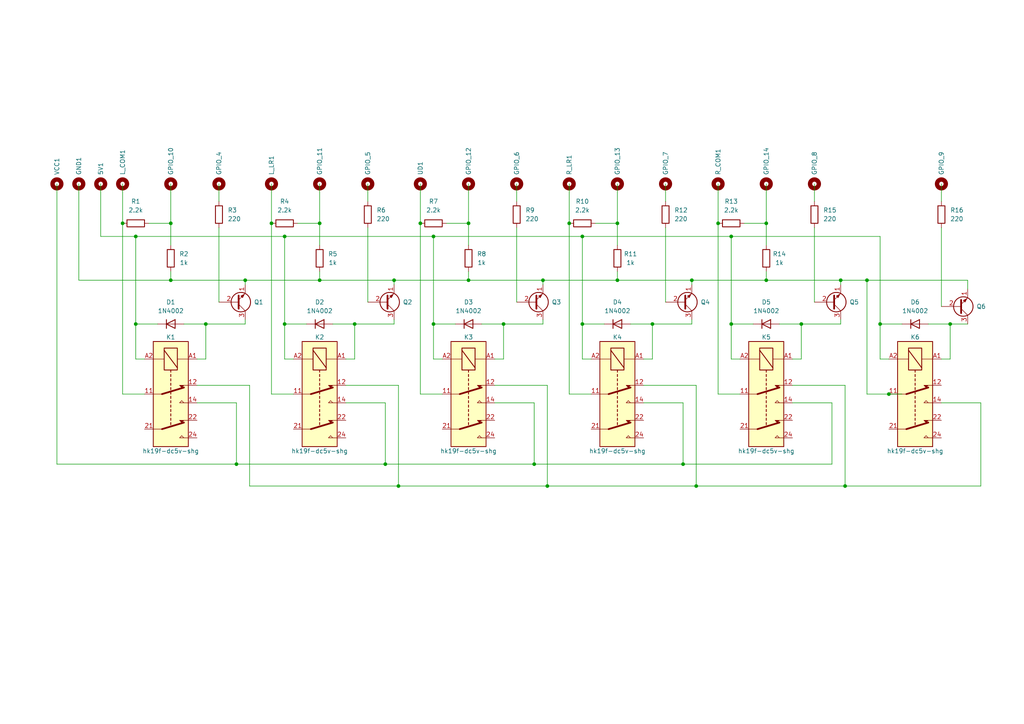
<source format=kicad_sch>
(kicad_sch (version 20211123) (generator eeschema)
  (paper "A4")
  (lib_symbols
    (symbol "Device:R" (pin_numbers hide) (pin_names (offset 0))
      (property "Reference" "R" (at 2.032 0 90))
      (property "Value" "R" (at 0 0 90))
      (symbol "R_0_1"
        (rectangle (start -1.016 -2.54) (end 1.016 2.54) (stroke (width 0.254)))
      )
      (symbol "R_1_1"
        (pin passive line (at 0 3.81 270) (length 1.27) (name "~") (number "1"))
        (pin passive line (at 0 -3.81 90) (length 1.27) (name "~") (number "2"))
      )
    )
    (symbol "Diode:1N4002" (pin_numbers hide) (pin_names hide)
      (property "Reference" "D" (at 0 2.54 0))
      (property "Value" "1N4002" (at 0 -2.54 0))
      (symbol "1N4002_0_1"
        (polyline (pts (xy -1.27 1.27) (xy -1.27 -1.27)) (stroke (width 0.254)))
        (polyline (pts (xy 1.27 0) (xy -1.27 0)))
        (polyline (pts (xy 1.27 1.27) (xy 1.27 -1.27) (xy -1.27 0) (xy 1.27 1.27)) (stroke (width 0.254)))
      )
      (symbol "1N4002_1_1"
        (pin passive line (at -3.81 0 0) (length 2.54) (name "K") (number "1"))
        (pin passive line (at 3.81 0 180) (length 2.54) (name "A") (number "2"))
      )
    )
    (symbol "Mechanical:MountingHole" (pin_names (offset 1.016))
      (property "Reference" "H" (at 0 5.08 0))
      (property "Value" "MountingHole" (at 0 3.175 0))
      (symbol "MountingHole_0_1"
        (circle (center 0 0) (radius 1.27) (stroke (width 1.27)))
      )
    )
    (symbol "Relay:RT42xAxx"
      (property "Reference" "K" (at 16.51 3.81 0))
      (property "Value" "RT42xAxx" (at 16.51 1.27 0))
      (symbol "RT42xAxx_0_0"
        (polyline (pts (xy -7.62 1.905) (xy -12.7 -1.905)) (stroke (width 0.254)))
      )
      (symbol "RT42xAxx_0_1"
        (rectangle (start -15.24 5.08) (end 15.24 -5.08) (stroke (width 0.254)) (fill (type background)))
        (rectangle (start -13.335 1.905) (end -6.985 -1.905) (stroke (width 0.254)))
        (polyline (pts (xy -10.16 -5.08) (xy -10.16 -1.905)))
        (polyline (pts (xy -10.16 5.08) (xy -10.16 1.905)))
        (polyline (pts (xy -6.985 0) (xy -6.35 0)) (stroke (width 0.254)))
        (polyline (pts (xy -5.715 0) (xy -5.08 0)) (stroke (width 0.254)))
        (polyline (pts (xy -4.445 0) (xy -3.81 0)) (stroke (width 0.254)))
        (polyline (pts (xy -3.175 0) (xy -2.54 0)) (stroke (width 0.254)))
        (polyline (pts (xy -1.905 0) (xy -1.27 0)) (stroke (width 0.254)))
        (polyline (pts (xy -0.635 0) (xy 0 0)) (stroke (width 0.254)))
        (polyline (pts (xy 0 -2.54) (xy -1.905 3.81)) (stroke (width 0.508)))
        (polyline (pts (xy 0 -2.54) (xy 0 -5.08)))
        (polyline (pts (xy 0.635 0) (xy 1.27 0)) (stroke (width 0.254)))
        (polyline (pts (xy 1.905 0) (xy 2.54 0)) (stroke (width 0.254)))
        (polyline (pts (xy 3.175 0) (xy 3.81 0)) (stroke (width 0.254)))
        (polyline (pts (xy 4.445 0) (xy 5.08 0)) (stroke (width 0.254)))
        (polyline (pts (xy 5.715 0) (xy 6.35 0)) (stroke (width 0.254)))
        (polyline (pts (xy 6.985 0) (xy 7.62 0)) (stroke (width 0.254)))
        (polyline (pts (xy 8.255 0) (xy 8.89 0)) (stroke (width 0.254)))
        (polyline (pts (xy 10.16 -2.54) (xy 8.255 3.81)) (stroke (width 0.508)))
        (polyline (pts (xy 10.16 -2.54) (xy 10.16 -5.08)))
        (polyline (pts (xy -2.54 5.08) (xy -2.54 2.54) (xy -1.905 3.175) (xy -2.54 3.81)) (fill (type outline)))
        (polyline (pts (xy 2.54 5.08) (xy 2.54 2.54) (xy 1.905 3.175) (xy 2.54 3.81)))
        (polyline (pts (xy 7.62 5.08) (xy 7.62 2.54) (xy 8.255 3.175) (xy 7.62 3.81)) (fill (type outline)))
        (polyline (pts (xy 12.7 5.08) (xy 12.7 2.54) (xy 12.065 3.175) (xy 12.7 3.81)))
      )
      (symbol "RT42xAxx_1_1"
        (pin passive line (at 0 -7.62 90) (length 2.54) (name "~") (number "11"))
        (pin passive line (at -2.54 7.62 270) (length 2.54) (name "~") (number "12"))
        (pin passive line (at 2.54 7.62 270) (length 2.54) (name "~") (number "14"))
        (pin passive line (at 10.16 -7.62 90) (length 2.54) (name "~") (number "21"))
        (pin passive line (at 7.62 7.62 270) (length 2.54) (name "~") (number "22"))
        (pin passive line (at 12.7 7.62 270) (length 2.54) (name "~") (number "24"))
        (pin passive line (at -10.16 7.62 270) (length 2.54) (name "~") (number "A1"))
        (pin passive line (at -10.16 -7.62 90) (length 2.54) (name "~") (number "A2"))
      )
    )
    (symbol "Transistor_BJT:2N3904" (pin_names (offset 0) hide)
      (property "Reference" "Q" (at 5.08 1.905 0))
      (property "Value" "2N3904" (at 5.08 0 0))
      (symbol "2N3904_0_1"
        (polyline (pts (xy 0.635 0.635) (xy 2.54 2.54)))
        (polyline (pts (xy 0.635 -0.635) (xy 2.54 -2.54) (xy 2.54 -2.54)))
        (polyline (pts (xy 0.635 1.905) (xy 0.635 -1.905) (xy 0.635 -1.905)) (stroke (width 0.508)))
        (polyline (pts (xy 1.27 -1.778) (xy 1.778 -1.27) (xy 2.286 -2.286) (xy 1.27 -1.778) (xy 1.27 -1.778)) (fill (type outline)))
        (circle (center 1.27 0) (radius 2.8194) (stroke (width 0.254)))
      )
      (symbol "2N3904_1_1"
        (pin passive line (at 2.54 -5.08 90) (length 2.54) (name "E") (number "1"))
        (pin passive line (at -5.08 0 0) (length 5.715) (name "B") (number "2"))
        (pin passive line (at 2.54 5.08 270) (length 2.54) (name "C") (number "3"))
      )
    )
  )
  (junction (at 146.05 93.98))
  (junction (at 168.91 68.58))
  (junction (at 212.09 93.98))
  (junction (at 82.55 93.98))
  (junction (at 208.28 64.77))
  (junction (at 154.94 134.62))
  (junction (at 198.12 134.62))
  (junction (at 179.07 64.77))
  (junction (at 82.55 68.58))
  (junction (at 275.59 93.98))
  (junction (at 68.58 134.62))
  (junction (at 179.07 81.28))
  (junction (at 212.09 68.58))
  (junction (at 255.27 93.98))
  (junction (at 189.23 93.98))
  (junction (at 245.11 140.97))
  (junction (at 49.53 64.77))
  (junction (at 92.71 81.28))
  (junction (at 78.74 64.77))
  (junction (at 165.1 64.77))
  (junction (at 201.93 140.97))
  (junction (at 168.91 93.98))
  (junction (at 114.3 81.28))
  (junction (at 157.48 81.28))
  (junction (at 102.87 93.98))
  (junction (at 92.71 64.77))
  (junction (at 35.56 64.77))
  (junction (at 125.73 93.98))
  (junction (at 158.75 140.97))
  (junction (at 111.76 134.62))
  (junction (at 59.69 93.98))
  (junction (at 135.89 64.77))
  (junction (at 39.37 93.98))
  (junction (at 251.46 81.28))
  (junction (at 115.57 140.97))
  (junction (at 49.53 81.28))
  (junction (at 222.25 64.77))
  (junction (at 200.66 81.28))
  (junction (at 135.89 81.28))
  (junction (at 257.81 114.3))
  (junction (at 39.37 68.58))
  (junction (at 125.73 68.58))
  (junction (at 121.92 64.77))
  (junction (at 222.25 81.28))
  (junction (at 71.12 81.28))
  (junction (at 243.84 81.28))
  (junction (at 232.41 93.98))
  (wire (pts (xy 43.18 64.77) (xy 49.53 64.77)))
  (wire (pts (xy 121.92 64.77) (xy 121.92 114.3)))
  (wire (pts (xy 245.11 111.76) (xy 229.87 111.76)))
  (wire (pts (xy 208.28 64.77) (xy 208.28 114.3)))
  (wire (pts (xy 168.91 68.58) (xy 168.91 93.98)))
  (wire (pts (xy 114.3 81.28) (xy 135.89 81.28)))
  (wire (pts (xy 114.3 93.98) (xy 102.87 93.98)))
  (wire (pts (xy 125.73 68.58) (xy 168.91 68.58)))
  (wire (pts (xy 154.94 134.62) (xy 154.94 116.84)))
  (wire (pts (xy 35.56 64.77) (xy 35.56 114.3)))
  (wire (pts (xy 111.76 134.62) (xy 111.76 116.84)))
  (wire (pts (xy 22.86 81.28) (xy 49.53 81.28)))
  (wire (pts (xy 39.37 68.58) (xy 82.55 68.58)))
  (wire (pts (xy 111.76 116.84) (xy 100.33 116.84)))
  (wire (pts (xy 165.1 114.3) (xy 171.45 114.3)))
  (wire (pts (xy 82.55 93.98) (xy 82.55 104.14)))
  (wire (pts (xy 255.27 93.98) (xy 261.62 93.98)))
  (wire (pts (xy 280.67 93.98) (xy 275.59 93.98)))
  (wire (pts (xy 179.07 53.34) (xy 179.07 64.77)))
  (wire (pts (xy 111.76 134.62) (xy 154.94 134.62)))
  (wire (pts (xy 154.94 134.62) (xy 198.12 134.62)))
  (wire (pts (xy 106.68 66.04) (xy 106.68 87.63)))
  (wire (pts (xy 86.36 64.77) (xy 92.71 64.77)))
  (wire (pts (xy 179.07 78.74) (xy 179.07 81.28)))
  (wire (pts (xy 92.71 81.28) (xy 114.3 81.28)))
  (wire (pts (xy 39.37 93.98) (xy 45.72 93.98)))
  (wire (pts (xy 243.84 93.98) (xy 243.84 92.71)))
  (wire (pts (xy 222.25 64.77) (xy 222.25 71.12)))
  (wire (pts (xy 143.51 104.14) (xy 146.05 104.14)))
  (wire (pts (xy 68.58 134.62) (xy 68.58 116.84)))
  (wire (pts (xy 39.37 68.58) (xy 39.37 93.98)))
  (wire (pts (xy 157.48 82.55) (xy 157.48 81.28)))
  (wire (pts (xy 251.46 114.3) (xy 257.81 114.3)))
  (wire (pts (xy 158.75 140.97) (xy 158.75 111.76)))
  (wire (pts (xy 78.74 64.77) (xy 78.74 114.3)))
  (wire (pts (xy 29.21 53.34) (xy 29.21 68.58)))
  (wire (pts (xy 106.68 53.34) (xy 106.68 58.42)))
  (wire (pts (xy 49.53 64.77) (xy 49.53 71.12)))
  (wire (pts (xy 212.09 93.98) (xy 218.44 93.98)))
  (wire (pts (xy 49.53 78.74) (xy 49.53 81.28)))
  (wire (pts (xy 71.12 81.28) (xy 92.71 81.28)))
  (wire (pts (xy 57.15 104.14) (xy 59.69 104.14)))
  (wire (pts (xy 165.1 64.77) (xy 165.1 114.3)))
  (wire (pts (xy 49.53 53.34) (xy 49.53 64.77)))
  (wire (pts (xy 280.67 83.82) (xy 280.67 81.28)))
  (wire (pts (xy 243.84 93.98) (xy 232.41 93.98)))
  (wire (pts (xy 35.56 114.3) (xy 41.91 114.3)))
  (wire (pts (xy 59.69 93.98) (xy 53.34 93.98)))
  (wire (pts (xy 72.39 140.97) (xy 72.39 111.76)))
  (wire (pts (xy 198.12 134.62) (xy 241.3 134.62)))
  (wire (pts (xy 82.55 104.14) (xy 85.09 104.14)))
  (wire (pts (xy 100.33 104.14) (xy 102.87 104.14)))
  (wire (pts (xy 245.11 140.97) (xy 284.48 140.97)))
  (wire (pts (xy 22.86 53.34) (xy 22.86 81.28)))
  (wire (pts (xy 115.57 111.76) (xy 100.33 111.76)))
  (wire (pts (xy 29.21 68.58) (xy 39.37 68.58)))
  (wire (pts (xy 229.87 104.14) (xy 232.41 104.14)))
  (wire (pts (xy 261.62 114.3) (xy 257.81 114.3)))
  (wire (pts (xy 114.3 82.55) (xy 114.3 81.28)))
  (wire (pts (xy 125.73 93.98) (xy 125.73 104.14)))
  (wire (pts (xy 236.22 53.34) (xy 236.22 58.42)))
  (wire (pts (xy 222.25 78.74) (xy 222.25 81.28)))
  (wire (pts (xy 157.48 93.98) (xy 157.48 92.71)))
  (wire (pts (xy 115.57 140.97) (xy 72.39 140.97)))
  (wire (pts (xy 222.25 81.28) (xy 243.84 81.28)))
  (wire (pts (xy 245.11 140.97) (xy 245.11 111.76)))
  (wire (pts (xy 243.84 82.55) (xy 243.84 81.28)))
  (wire (pts (xy 114.3 93.98) (xy 114.3 92.71)))
  (wire (pts (xy 200.66 93.98) (xy 189.23 93.98)))
  (wire (pts (xy 78.74 114.3) (xy 85.09 114.3)))
  (wire (pts (xy 200.66 93.98) (xy 200.66 92.71)))
  (wire (pts (xy 125.73 68.58) (xy 125.73 93.98)))
  (wire (pts (xy 68.58 116.84) (xy 57.15 116.84)))
  (wire (pts (xy 168.91 93.98) (xy 175.26 93.98)))
  (wire (pts (xy 71.12 82.55) (xy 71.12 81.28)))
  (wire (pts (xy 275.59 93.98) (xy 269.24 93.98)))
  (wire (pts (xy 135.89 64.77) (xy 135.89 71.12)))
  (wire (pts (xy 212.09 104.14) (xy 214.63 104.14)))
  (wire (pts (xy 78.74 53.34) (xy 78.74 64.77)))
  (wire (pts (xy 245.11 140.97) (xy 201.93 140.97)))
  (wire (pts (xy 189.23 93.98) (xy 182.88 93.98)))
  (wire (pts (xy 146.05 104.14) (xy 146.05 93.98)))
  (wire (pts (xy 208.28 114.3) (xy 214.63 114.3)))
  (wire (pts (xy 232.41 93.98) (xy 226.06 93.98)))
  (wire (pts (xy 212.09 68.58) (xy 255.27 68.58)))
  (wire (pts (xy 146.05 93.98) (xy 139.7 93.98)))
  (wire (pts (xy 158.75 140.97) (xy 115.57 140.97)))
  (wire (pts (xy 121.92 53.34) (xy 121.92 64.77)))
  (wire (pts (xy 198.12 116.84) (xy 186.69 116.84)))
  (wire (pts (xy 179.07 81.28) (xy 200.66 81.28)))
  (wire (pts (xy 222.25 53.34) (xy 222.25 64.77)))
  (wire (pts (xy 157.48 81.28) (xy 179.07 81.28)))
  (wire (pts (xy 186.69 104.14) (xy 189.23 104.14)))
  (wire (pts (xy 201.93 140.97) (xy 158.75 140.97)))
  (wire (pts (xy 121.92 114.3) (xy 128.27 114.3)))
  (wire (pts (xy 241.3 116.84) (xy 229.87 116.84)))
  (wire (pts (xy 71.12 93.98) (xy 59.69 93.98)))
  (wire (pts (xy 149.86 53.34) (xy 149.86 58.42)))
  (wire (pts (xy 49.53 81.28) (xy 71.12 81.28)))
  (wire (pts (xy 165.1 53.34) (xy 165.1 64.77)))
  (wire (pts (xy 273.05 66.04) (xy 273.05 88.9)))
  (wire (pts (xy 39.37 104.14) (xy 41.91 104.14)))
  (wire (pts (xy 92.71 78.74) (xy 92.71 81.28)))
  (wire (pts (xy 273.05 53.34) (xy 273.05 58.42)))
  (wire (pts (xy 243.84 81.28) (xy 251.46 81.28)))
  (wire (pts (xy 157.48 93.98) (xy 146.05 93.98)))
  (wire (pts (xy 59.69 104.14) (xy 59.69 93.98)))
  (wire (pts (xy 16.51 134.62) (xy 68.58 134.62)))
  (wire (pts (xy 208.28 53.34) (xy 208.28 64.77)))
  (wire (pts (xy 63.5 66.04) (xy 63.5 87.63)))
  (wire (pts (xy 102.87 104.14) (xy 102.87 93.98)))
  (wire (pts (xy 135.89 81.28) (xy 157.48 81.28)))
  (wire (pts (xy 125.73 93.98) (xy 132.08 93.98)))
  (wire (pts (xy 149.86 66.04) (xy 149.86 87.63)))
  (wire (pts (xy 63.5 53.34) (xy 63.5 58.42)))
  (wire (pts (xy 189.23 104.14) (xy 189.23 93.98)))
  (wire (pts (xy 255.27 93.98) (xy 255.27 104.14)))
  (wire (pts (xy 172.72 64.77) (xy 179.07 64.77)))
  (wire (pts (xy 82.55 93.98) (xy 88.9 93.98)))
  (wire (pts (xy 158.75 111.76) (xy 143.51 111.76)))
  (wire (pts (xy 200.66 81.28) (xy 222.25 81.28)))
  (wire (pts (xy 68.58 134.62) (xy 111.76 134.62)))
  (wire (pts (xy 284.48 116.84) (xy 273.05 116.84)))
  (wire (pts (xy 35.56 53.34) (xy 35.56 64.77)))
  (wire (pts (xy 201.93 111.76) (xy 186.69 111.76)))
  (wire (pts (xy 154.94 116.84) (xy 143.51 116.84)))
  (wire (pts (xy 16.51 53.34) (xy 16.51 134.62)))
  (wire (pts (xy 179.07 64.77) (xy 179.07 71.12)))
  (wire (pts (xy 39.37 93.98) (xy 39.37 104.14)))
  (wire (pts (xy 280.67 81.28) (xy 251.46 81.28)))
  (wire (pts (xy 129.54 64.77) (xy 135.89 64.77)))
  (wire (pts (xy 102.87 93.98) (xy 96.52 93.98)))
  (wire (pts (xy 212.09 93.98) (xy 212.09 104.14)))
  (wire (pts (xy 193.04 53.34) (xy 193.04 58.42)))
  (wire (pts (xy 82.55 68.58) (xy 82.55 93.98)))
  (wire (pts (xy 168.91 93.98) (xy 168.91 104.14)))
  (wire (pts (xy 135.89 53.34) (xy 135.89 64.77)))
  (wire (pts (xy 168.91 68.58) (xy 212.09 68.58)))
  (wire (pts (xy 115.57 140.97) (xy 115.57 111.76)))
  (wire (pts (xy 215.9 64.77) (xy 222.25 64.77)))
  (wire (pts (xy 82.55 68.58) (xy 125.73 68.58)))
  (wire (pts (xy 284.48 116.84) (xy 284.48 140.97)))
  (wire (pts (xy 255.27 104.14) (xy 257.81 104.14)))
  (wire (pts (xy 273.05 104.14) (xy 275.59 104.14)))
  (wire (pts (xy 92.71 64.77) (xy 92.71 71.12)))
  (wire (pts (xy 92.71 53.34) (xy 92.71 64.77)))
  (wire (pts (xy 201.93 140.97) (xy 201.93 111.76)))
  (wire (pts (xy 71.12 93.98) (xy 71.12 92.71)))
  (wire (pts (xy 135.89 78.74) (xy 135.89 81.28)))
  (wire (pts (xy 232.41 104.14) (xy 232.41 93.98)))
  (wire (pts (xy 198.12 134.62) (xy 198.12 116.84)))
  (wire (pts (xy 125.73 104.14) (xy 128.27 104.14)))
  (wire (pts (xy 193.04 66.04) (xy 193.04 87.63)))
  (wire (pts (xy 236.22 66.04) (xy 236.22 87.63)))
  (wire (pts (xy 72.39 111.76) (xy 57.15 111.76)))
  (wire (pts (xy 241.3 134.62) (xy 241.3 116.84)))
  (wire (pts (xy 168.91 104.14) (xy 171.45 104.14)))
  (wire (pts (xy 251.46 81.28) (xy 251.46 114.3)))
  (wire (pts (xy 200.66 82.55) (xy 200.66 81.28)))
  (wire (pts (xy 275.59 104.14) (xy 275.59 93.98)))
  (wire (pts (xy 255.27 68.58) (xy 255.27 93.98)))
  (wire (pts (xy 212.09 68.58) (xy 212.09 93.98)))
  (symbol (lib_id "Diode:1N4002") (at 92.71 93.98 0) (unit 1)
    (property "Reference" "D2" (at 92.71 87.63 0))
    (property "Value" "1N4002" (at 92.71 90.17 0))
    (property "Footprint" "Diode_THT:D_DO-34_SOD68_P7.62mm_Horizontal" (effects hide))
    (property "Datasheet" "http://www.vishay.com/docs/88503/1n4001.pdf" (effects hide))
  )
  (symbol (lib_id "Device:R") (at 49.53 74.93 0) (mirror y) (unit 1)
    (property "Reference" "R2" (at 53.34 73.66 0))
    (property "Value" "1k" (at 53.34 76.2 0))
    (property "Footprint" "Resistor_THT:R_Axial_DIN0204_L3.6mm_D1.6mm_P5.08mm_Horizontal" (effects hide))
  )
  (symbol (lib_id "Diode:1N4002") (at 222.25 93.98 0) (unit 1)
    (property "Reference" "D5" (at 222.25 87.63 0))
    (property "Value" "1N4002" (at 222.25 90.17 0))
    (property "Footprint" "Diode_THT:D_DO-34_SOD68_P7.62mm_Horizontal" (effects hide))
    (property "Datasheet" "http://www.vishay.com/docs/88503/1n4001.pdf" (effects hide))
  )
  (symbol (lib_id "Transistor_BJT:2N3904") (at 198.12 87.63 0) (mirror x) (unit 1)
    (property "Reference" "Q4" (at 203.2 87.6299 0) (effects (justify left)))
    (property "Value" "2N3904" (effects hide))
    (property "Footprint" "Package_TO_SOT_THT:TO-92_Inline" (effects hide))
    (property "Datasheet" "https://www.onsemi.com/pub/Collateral/2N3903-D.PDF" (effects hide))
  )
  (symbol (lib_id "Mechanical:MountingHole") (at 236.22 53.34 0) (unit 1)
    (property "Reference" "GPIO_8" (at 236.22 50.8 90) (effects (justify left)))
    (property "Value" "L_COM" (effects hide))
    (property "Footprint" "MountingHole:MountingHole_2.1mm" (effects hide))
  )
  (symbol (lib_id "Mechanical:MountingHole") (at 121.92 53.34 0) (unit 1)
    (property "Reference" "UD1" (at 121.92 50.8 90) (effects (justify left)))
    (property "Value" "L_COM" (effects hide))
    (property "Footprint" "MountingHole:MountingHole_2.1mm" (effects hide))
  )
  (symbol (lib_id "Device:R") (at 135.89 74.93 0) (mirror y) (unit 1)
    (property "Reference" "R8" (at 139.7 73.66 0))
    (property "Value" "1k" (at 139.7 76.2 0))
    (property "Footprint" "Resistor_THT:R_Axial_DIN0204_L3.6mm_D1.6mm_P5.08mm_Horizontal" (effects hide))
  )
  (symbol (lib_id "Mechanical:MountingHole") (at 135.89 53.34 0) (unit 1)
    (property "Reference" "GPIO_12" (at 135.89 50.8 90) (effects (justify left)))
    (property "Value" "L_COM" (effects hide))
    (property "Footprint" "MountingHole:MountingHole_2.1mm" (effects hide))
  )
  (symbol (lib_id "Diode:1N4002") (at 49.53 93.98 0) (unit 1)
    (property "Reference" "D1" (at 49.53 87.63 0))
    (property "Value" "1N4002" (at 49.53 90.17 0))
    (property "Footprint" "Diode_THT:D_DO-34_SOD68_P7.62mm_Horizontal" (effects hide))
    (property "Datasheet" "http://www.vishay.com/docs/88503/1n4001.pdf" (effects hide))
  )
  (symbol (lib_id "Relay:RT42xAxx") (at 92.71 114.3 270) (unit 1)
    (property "Reference" "K2" (at 92.71 97.79 90))
    (property "Value" "hk19f-dc5v-shg" (at 92.71 130.81 90))
    (property "Footprint" "Relay_THT:Relay_DPDT_Schrack-RT2-FormC_RM5mm" (effects hide))
    (property "Datasheet" "http://www.te.com/commerce/DocumentDelivery/DDEController?Action=showdoc&DocId=Data+Sheet%7FRT2_bistable%7F1116%7Fpdf%7FEnglish%7FENG_DS_RT2_bistable_1116.pdf%7F1-1415537-8" (effects hide))
  )
  (symbol (lib_id "Mechanical:MountingHole") (at 165.1 53.34 0) (unit 1)
    (property "Reference" "R_LR1" (at 165.1 50.8 90) (effects (justify left)))
    (property "Value" "L_COM" (effects hide))
    (property "Footprint" "MountingHole:MountingHole_2.1mm" (effects hide))
  )
  (symbol (lib_id "Mechanical:MountingHole") (at 29.21 53.34 0) (unit 1)
    (property "Reference" "5V1" (at 29.21 50.8 90) (effects (justify left)))
    (property "Value" "L_COM" (effects hide))
    (property "Footprint" "MountingHole:MountingHole_2.1mm" (effects hide))
  )
  (symbol (lib_id "Mechanical:MountingHole") (at 49.53 53.34 0) (unit 1)
    (property "Reference" "GPIO_10" (at 49.53 50.8 90) (effects (justify left)))
    (property "Value" "L_COM" (effects hide))
    (property "Footprint" "MountingHole:MountingHole_2.1mm" (effects hide))
  )
  (symbol (lib_id "Mechanical:MountingHole") (at 63.5 53.34 0) (unit 1)
    (property "Reference" "GPIO_4" (at 63.5 50.8 90) (effects (justify left)))
    (property "Value" "L_COM" (effects hide))
    (property "Footprint" "MountingHole:MountingHole_2.1mm" (effects hide))
  )
  (symbol (lib_id "Mechanical:MountingHole") (at 208.28 53.34 0) (unit 1)
    (property "Reference" "R_COM1" (at 208.28 50.8 90) (effects (justify left)))
    (property "Value" "L_COM" (effects hide))
    (property "Footprint" "MountingHole:MountingHole_2.1mm" (effects hide))
  )
  (symbol (lib_id "Mechanical:MountingHole") (at 35.56 53.34 0) (unit 1)
    (property "Reference" "L_COM1" (at 35.56 50.8 90) (effects (justify left)))
    (property "Value" "L_COM" (effects hide))
    (property "Footprint" "MountingHole:MountingHole_2.1mm" (effects hide))
  )
  (symbol (lib_id "Transistor_BJT:2N3904") (at 154.94 87.63 0) (mirror x) (unit 1)
    (property "Reference" "Q3" (at 160.02 87.6299 0) (effects (justify left)))
    (property "Value" "2N3904" (effects hide))
    (property "Footprint" "Package_TO_SOT_THT:TO-92_Inline" (effects hide))
    (property "Datasheet" "https://www.onsemi.com/pub/Collateral/2N3903-D.PDF" (effects hide))
  )
  (symbol (lib_id "Relay:RT42xAxx") (at 49.53 114.3 270) (unit 1)
    (property "Reference" "K1" (at 49.53 97.79 90))
    (property "Value" "hk19f-dc5v-shg" (at 49.53 130.81 90))
    (property "Footprint" "Relay_THT:Relay_DPDT_Schrack-RT2-FormC_RM5mm" (effects hide))
    (property "Datasheet" "http://www.te.com/commerce/DocumentDelivery/DDEController?Action=showdoc&DocId=Data+Sheet%7FRT2_bistable%7F1116%7Fpdf%7FEnglish%7FENG_DS_RT2_bistable_1116.pdf%7F1-1415537-8" (effects hide))
  )
  (symbol (lib_id "Mechanical:MountingHole") (at 193.04 53.34 0) (unit 1)
    (property "Reference" "GPIO_7" (at 193.04 50.8 90) (effects (justify left)))
    (property "Value" "L_COM" (effects hide))
    (property "Footprint" "MountingHole:MountingHole_2.1mm" (effects hide))
  )
  (symbol (lib_id "Device:R") (at 63.5 62.23 180) (unit 1)
    (property "Reference" "R3" (at 66.04 60.9599 0) (effects (justify right)))
    (property "Value" "220" (at 66.04 63.4999 0) (effects (justify right)))
    (property "Footprint" "Resistor_THT:R_Axial_DIN0204_L3.6mm_D1.6mm_P5.08mm_Horizontal" (effects hide))
  )
  (symbol (lib_id "Diode:1N4002") (at 135.89 93.98 0) (unit 1)
    (property "Reference" "D3" (at 135.89 87.63 0))
    (property "Value" "1N4002" (at 135.89 90.17 0))
    (property "Footprint" "Diode_THT:D_DO-34_SOD68_P7.62mm_Horizontal" (effects hide))
    (property "Datasheet" "http://www.vishay.com/docs/88503/1n4001.pdf" (effects hide))
  )
  (symbol (lib_id "Device:R") (at 222.25 74.93 0) (mirror y) (unit 1)
    (property "Reference" "R14" (at 226.06 73.66 0))
    (property "Value" "1k" (at 226.06 76.2 0))
    (property "Footprint" "Resistor_THT:R_Axial_DIN0204_L3.6mm_D1.6mm_P5.08mm_Horizontal" (effects hide))
  )
  (symbol (lib_id "Transistor_BJT:2N3904") (at 111.76 87.63 0) (mirror x) (unit 1)
    (property "Reference" "Q2" (at 116.84 87.6299 0) (effects (justify left)))
    (property "Value" "2N3904" (effects hide))
    (property "Footprint" "Package_TO_SOT_THT:TO-92_Inline" (effects hide))
    (property "Datasheet" "https://www.onsemi.com/pub/Collateral/2N3903-D.PDF" (effects hide))
  )
  (symbol (lib_id "Relay:RT42xAxx") (at 265.43 114.3 270) (unit 1)
    (property "Reference" "K6" (at 265.43 97.79 90))
    (property "Value" "hk19f-dc5v-shg" (at 265.43 130.81 90))
    (property "Footprint" "Relay_THT:Relay_DPDT_Schrack-RT2-FormC_RM5mm" (effects hide))
    (property "Datasheet" "http://www.te.com/commerce/DocumentDelivery/DDEController?Action=showdoc&DocId=Data+Sheet%7FRT2_bistable%7F1116%7Fpdf%7FEnglish%7FENG_DS_RT2_bistable_1116.pdf%7F1-1415537-8" (effects hide))
  )
  (symbol (lib_id "Device:R") (at 212.09 64.77 90) (mirror x) (unit 1)
    (property "Reference" "R13" (at 212.09 58.42 90))
    (property "Value" "2.2k" (at 212.09 60.96 90))
    (property "Footprint" "Resistor_THT:R_Axial_DIN0204_L3.6mm_D1.6mm_P5.08mm_Horizontal" (effects hide))
  )
  (symbol (lib_id "Device:R") (at 125.73 64.77 90) (mirror x) (unit 1)
    (property "Reference" "R7" (at 125.73 58.42 90))
    (property "Value" "2.2k" (at 125.73 60.96 90))
    (property "Footprint" "Resistor_THT:R_Axial_DIN0204_L3.6mm_D1.6mm_P5.08mm_Horizontal" (effects hide))
  )
  (symbol (lib_id "Relay:RT42xAxx") (at 222.25 114.3 270) (unit 1)
    (property "Reference" "K5" (at 222.25 97.79 90))
    (property "Value" "hk19f-dc5v-shg" (at 222.25 130.81 90))
    (property "Footprint" "Relay_THT:Relay_DPDT_Schrack-RT2-FormC_RM5mm" (effects hide))
    (property "Datasheet" "http://www.te.com/commerce/DocumentDelivery/DDEController?Action=showdoc&DocId=Data+Sheet%7FRT2_bistable%7F1116%7Fpdf%7FEnglish%7FENG_DS_RT2_bistable_1116.pdf%7F1-1415537-8" (effects hide))
  )
  (symbol (lib_id "Diode:1N4002") (at 265.43 93.98 0) (unit 1)
    (property "Reference" "D6" (at 265.43 87.63 0))
    (property "Value" "1N4002" (at 265.43 90.17 0))
    (property "Footprint" "Diode_THT:D_DO-34_SOD68_P7.62mm_Horizontal" (effects hide))
    (property "Datasheet" "http://www.vishay.com/docs/88503/1n4001.pdf" (effects hide))
  )
  (symbol (lib_id "Mechanical:MountingHole") (at 273.05 53.34 0) (unit 1)
    (property "Reference" "GPIO_9" (at 273.05 50.8 90) (effects (justify left)))
    (property "Value" "L_COM" (effects hide))
    (property "Footprint" "MountingHole:MountingHole_2.1mm" (effects hide))
  )
  (symbol (lib_id "Mechanical:MountingHole") (at 179.07 53.34 0) (unit 1)
    (property "Reference" "GPIO_13" (at 179.07 50.8 90) (effects (justify left)))
    (property "Value" "L_COM" (effects hide))
    (property "Footprint" "MountingHole:MountingHole_2.1mm" (effects hide))
  )
  (symbol (lib_id "Device:R") (at 179.07 74.93 0) (mirror y) (unit 1)
    (property "Reference" "R11" (at 182.88 73.66 0))
    (property "Value" "1k" (at 182.88 76.2 0))
    (property "Footprint" "Resistor_THT:R_Axial_DIN0204_L3.6mm_D1.6mm_P5.08mm_Horizontal" (effects hide))
  )
  (symbol (lib_id "Device:R") (at 149.86 62.23 180) (unit 1)
    (property "Reference" "R9" (at 152.4 60.9599 0) (effects (justify right)))
    (property "Value" "220" (at 152.4 63.4999 0) (effects (justify right)))
    (property "Footprint" "Resistor_THT:R_Axial_DIN0204_L3.6mm_D1.6mm_P5.08mm_Horizontal" (effects hide))
  )
  (symbol (lib_id "Diode:1N4002") (at 179.07 93.98 0) (unit 1)
    (property "Reference" "D4" (at 179.07 87.63 0))
    (property "Value" "1N4002" (at 179.07 90.17 0))
    (property "Footprint" "Diode_THT:D_DO-34_SOD68_P7.62mm_Horizontal" (effects hide))
    (property "Datasheet" "http://www.vishay.com/docs/88503/1n4001.pdf" (effects hide))
  )
  (symbol (lib_id "Device:R") (at 82.55 64.77 90) (mirror x) (unit 1)
    (property "Reference" "R4" (at 82.55 58.42 90))
    (property "Value" "2.2k" (at 82.55 60.96 90))
    (property "Footprint" "Resistor_THT:R_Axial_DIN0204_L3.6mm_D1.6mm_P5.08mm_Horizontal" (effects hide))
  )
  (symbol (lib_id "Device:R") (at 168.91 64.77 90) (mirror x) (unit 1)
    (property "Reference" "R10" (at 168.91 58.42 90))
    (property "Value" "2.2k" (at 168.91 60.96 90))
    (property "Footprint" "Resistor_THT:R_Axial_DIN0204_L3.6mm_D1.6mm_P5.08mm_Horizontal" (effects hide))
  )
  (symbol (lib_id "Transistor_BJT:2N3904") (at 278.13 88.9 0) (mirror x) (unit 1)
    (property "Reference" "Q6" (at 283.21 88.9 0) (effects (justify left)))
    (property "Value" "2N3904" (effects hide))
    (property "Footprint" "Package_TO_SOT_THT:TO-92_Inline" (effects hide))
    (property "Datasheet" "https://www.onsemi.com/pub/Collateral/2N3903-D.PDF" (effects hide))
  )
  (symbol (lib_id "Mechanical:MountingHole") (at 149.86 53.34 0) (unit 1)
    (property "Reference" "GPIO_6" (at 149.86 50.8 90) (effects (justify left)))
    (property "Value" "L_COM" (effects hide))
    (property "Footprint" "MountingHole:MountingHole_2.1mm" (effects hide))
  )
  (symbol (lib_id "Device:R") (at 193.04 62.23 180) (unit 1)
    (property "Reference" "R12" (at 195.58 60.9599 0) (effects (justify right)))
    (property "Value" "220" (at 195.58 63.4999 0) (effects (justify right)))
    (property "Footprint" "Resistor_THT:R_Axial_DIN0204_L3.6mm_D1.6mm_P5.08mm_Horizontal" (effects hide))
  )
  (symbol (lib_id "Device:R") (at 236.22 62.23 180) (unit 1)
    (property "Reference" "R15" (at 238.76 60.9599 0) (effects (justify right)))
    (property "Value" "220" (at 238.76 63.4999 0) (effects (justify right)))
    (property "Footprint" "Resistor_THT:R_Axial_DIN0204_L3.6mm_D1.6mm_P5.08mm_Horizontal" (effects hide))
  )
  (symbol (lib_id "Mechanical:MountingHole") (at 92.71 53.34 0) (unit 1)
    (property "Reference" "GPIO_11" (at 92.71 50.8 90) (effects (justify left)))
    (property "Value" "L_COM" (effects hide))
    (property "Footprint" "MountingHole:MountingHole_2.1mm" (effects hide))
  )
  (symbol (lib_id "Device:R") (at 39.37 64.77 90) (mirror x) (unit 1)
    (property "Reference" "R1" (at 39.37 58.42 90))
    (property "Value" "2.2k" (at 39.37 60.96 90))
    (property "Footprint" "Resistor_THT:R_Axial_DIN0204_L3.6mm_D1.6mm_P5.08mm_Horizontal" (effects hide))
  )
  (symbol (lib_id "Mechanical:MountingHole") (at 106.68 53.34 0) (unit 1)
    (property "Reference" "GPIO_5" (at 106.68 50.8 90) (effects (justify left)))
    (property "Value" "L_COM" (effects hide))
    (property "Footprint" "MountingHole:MountingHole_2.1mm" (effects hide))
  )
  (symbol (lib_id "Mechanical:MountingHole") (at 22.86 53.34 0) (unit 1)
    (property "Reference" "GND1" (at 22.86 50.8 90) (effects (justify left)))
    (property "Value" "L_COM" (effects hide))
    (property "Footprint" "MountingHole:MountingHole_2.1mm" (effects hide))
  )
  (symbol (lib_id "Mechanical:MountingHole") (at 222.25 53.34 0) (unit 1)
    (property "Reference" "GPIO_14" (at 222.25 50.8 90) (effects (justify left)))
    (property "Value" "L_COM" (effects hide))
    (property "Footprint" "MountingHole:MountingHole_2.1mm" (effects hide))
  )
  (symbol (lib_id "Mechanical:MountingHole") (at 16.51 53.34 0) (unit 1)
    (property "Reference" "VCC1" (at 16.51 50.8 90) (effects (justify left)))
    (property "Value" "L_COM" (effects hide))
    (property "Footprint" "MountingHole:MountingHole_2.1mm" (effects hide))
  )
  (symbol (lib_id "Relay:RT42xAxx") (at 179.07 114.3 270) (unit 1)
    (property "Reference" "K4" (at 179.07 97.79 90))
    (property "Value" "hk19f-dc5v-shg" (at 179.07 130.81 90))
    (property "Footprint" "Relay_THT:Relay_DPDT_Schrack-RT2-FormC_RM5mm" (effects hide))
    (property "Datasheet" "http://www.te.com/commerce/DocumentDelivery/DDEController?Action=showdoc&DocId=Data+Sheet%7FRT2_bistable%7F1116%7Fpdf%7FEnglish%7FENG_DS_RT2_bistable_1116.pdf%7F1-1415537-8" (effects hide))
  )
  (symbol (lib_id "Transistor_BJT:2N3904") (at 68.58 87.63 0) (mirror x) (unit 1)
    (property "Reference" "Q1" (at 73.66 87.6299 0) (effects (justify left)))
    (property "Value" "2N3904" (effects hide))
    (property "Footprint" "Package_TO_SOT_THT:TO-92_Inline" (effects hide))
    (property "Datasheet" "https://www.onsemi.com/pub/Collateral/2N3903-D.PDF" (effects hide))
  )
  (symbol (lib_id "Device:R") (at 273.05 62.23 180) (unit 1)
    (property "Reference" "R16" (at 275.59 60.9599 0) (effects (justify right)))
    (property "Value" "220" (at 275.59 63.4999 0) (effects (justify right)))
    (property "Footprint" "Resistor_THT:R_Axial_DIN0204_L3.6mm_D1.6mm_P5.08mm_Horizontal" (effects hide))
  )
  (symbol (lib_id "Relay:RT42xAxx") (at 135.89 114.3 270) (unit 1)
    (property "Reference" "K3" (at 135.89 97.79 90))
    (property "Value" "hk19f-dc5v-shg" (at 135.89 130.81 90))
    (property "Footprint" "Relay_THT:Relay_DPDT_Schrack-RT2-FormC_RM5mm" (effects hide))
    (property "Datasheet" "http://www.te.com/commerce/DocumentDelivery/DDEController?Action=showdoc&DocId=Data+Sheet%7FRT2_bistable%7F1116%7Fpdf%7FEnglish%7FENG_DS_RT2_bistable_1116.pdf%7F1-1415537-8" (effects hide))
  )
  (symbol (lib_id "Device:R") (at 106.68 62.23 180) (unit 1)
    (property "Reference" "R6" (at 109.22 60.9599 0) (effects (justify right)))
    (property "Value" "220" (at 109.22 63.4999 0) (effects (justify right)))
    (property "Footprint" "Resistor_THT:R_Axial_DIN0204_L3.6mm_D1.6mm_P5.08mm_Horizontal" (effects hide))
  )
  (symbol (lib_id "Device:R") (at 92.71 74.93 0) (mirror y) (unit 1)
    (property "Reference" "R5" (at 96.52 73.66 0))
    (property "Value" "1k" (at 96.52 76.2 0))
    (property "Footprint" "Resistor_THT:R_Axial_DIN0204_L3.6mm_D1.6mm_P5.08mm_Horizontal" (effects hide))
  )
  (symbol (lib_id "Mechanical:MountingHole") (at 78.74 53.34 0) (unit 1)
    (property "Reference" "L_LR1" (at 78.74 50.8 90) (effects (justify left)))
    (property "Value" "L_COM" (effects hide))
    (property "Footprint" "MountingHole:MountingHole_2.1mm" (effects hide))
  )
  (symbol (lib_id "Transistor_BJT:2N3904") (at 241.3 87.63 0) (mirror x) (unit 1)
    (property "Reference" "Q5" (at 246.38 87.63 0) (effects (justify left)))
    (property "Value" "2N3904" (effects hide))
    (property "Footprint" "Package_TO_SOT_THT:TO-92_Inline" (effects hide))
    (property "Datasheet" "https://www.onsemi.com/pub/Collateral/2N3903-D.PDF" (effects hide))
  )
)
</source>
